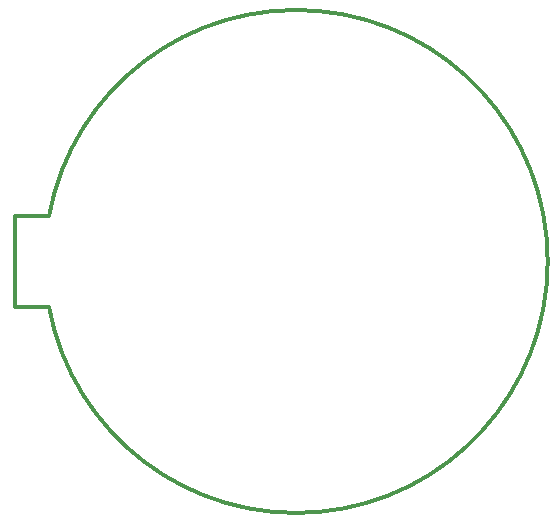
<source format=gko>
G04 Layer: BoardOutlineLayer*
G04 EasyEDA v6.5.22, 2022-10-29 19:00:30*
G04 5be05e293c7e4e71b3140c0fb3691092,8a7c3c78bece4b5180208520edf53e9d,10*
G04 Gerber Generator version 0.2*
G04 Scale: 100 percent, Rotated: No, Reflected: No *
G04 Dimensions in millimeters *
G04 leading zeros omitted , absolute positions ,4 integer and 5 decimal *
%FSLAX45Y45*%
%MOMM*%

%ADD10C,0.3000*%
D10*
X34973Y2555041D02*
G01*
X319879Y2555016D01*
X34129Y1786227D02*
G01*
X320835Y1785040D01*
X34973Y2555041D02*
G01*
X34129Y1786227D01*
G75*
G01*
X321125Y1785021D02*
G03*
X321099Y2554877I2093861J384997D01*

%LPD*%
M02*

</source>
